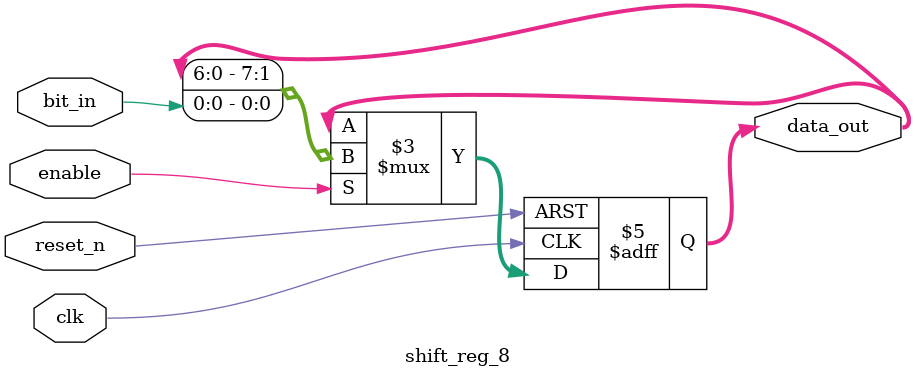
<source format=v>
module shift_reg_8(
    input  clk,
    input  reset_n,
    input  enable,
    input  bit_in,
    output reg [7:0] data_out
);

always @(posedge clk or negedge reset_n) begin
    if(!reset_n)
        data_out <= 8'd0;
    else if(enable)
        data_out <= {data_out[6:0], bit_in};
end

endmodule


</source>
